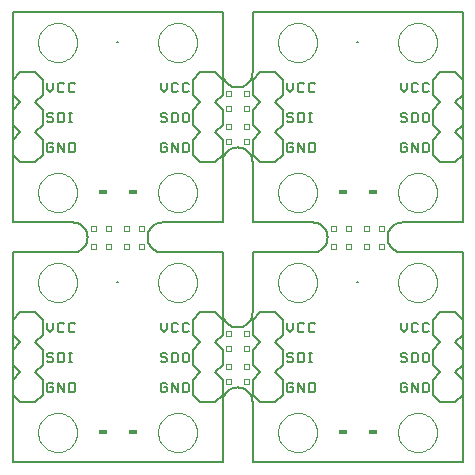
<source format=gto>
G75*
G70*
%OFA0B0*%
%FSLAX24Y24*%
%IPPOS*%
%LPD*%
%AMOC8*
5,1,8,0,0,1.08239X$1,22.5*
%
%ADD10C,0.0080*%
%ADD11C,0.0000*%
%ADD12R,0.0280X0.0160*%
D10*
X008338Y000501D02*
X015338Y000501D01*
X015338Y002501D01*
X015088Y002501D02*
X014588Y002501D01*
X014338Y002751D01*
X014338Y003251D01*
X014588Y003501D01*
X014338Y003751D01*
X014338Y004251D01*
X014588Y004501D01*
X014338Y004751D01*
X014338Y005251D01*
X014588Y005501D01*
X015088Y005501D01*
X015338Y005251D01*
X015338Y004751D01*
X015088Y004501D01*
X015338Y004251D01*
X015338Y003751D01*
X015088Y003501D01*
X015338Y003251D01*
X015338Y002751D01*
X015088Y002501D01*
X015838Y003001D02*
X015882Y002999D01*
X015925Y002993D01*
X015967Y002984D01*
X016009Y002971D01*
X016049Y002954D01*
X016088Y002934D01*
X016125Y002911D01*
X016159Y002884D01*
X016192Y002855D01*
X016221Y002822D01*
X016248Y002788D01*
X016271Y002751D01*
X016291Y002712D01*
X016308Y002672D01*
X016321Y002630D01*
X016330Y002588D01*
X016336Y002545D01*
X016338Y002501D01*
X016338Y000501D01*
X023338Y000501D01*
X023338Y007501D01*
X021338Y007501D01*
X021294Y007503D01*
X021251Y007509D01*
X021209Y007518D01*
X021167Y007531D01*
X021127Y007548D01*
X021088Y007568D01*
X021051Y007591D01*
X021017Y007618D01*
X020984Y007647D01*
X020955Y007680D01*
X020928Y007714D01*
X020905Y007751D01*
X020885Y007790D01*
X020868Y007830D01*
X020855Y007872D01*
X020846Y007914D01*
X020840Y007957D01*
X020838Y008001D01*
X020840Y008045D01*
X020846Y008088D01*
X020855Y008130D01*
X020868Y008172D01*
X020885Y008212D01*
X020905Y008251D01*
X020928Y008288D01*
X020955Y008322D01*
X020984Y008355D01*
X021017Y008384D01*
X021051Y008411D01*
X021088Y008434D01*
X021127Y008454D01*
X021167Y008471D01*
X021209Y008484D01*
X021251Y008493D01*
X021294Y008499D01*
X021338Y008501D01*
X023338Y008501D01*
X023338Y015501D01*
X016338Y015501D01*
X016338Y013501D01*
X016588Y013501D02*
X016338Y013251D01*
X016338Y012751D01*
X016588Y012501D01*
X016338Y012251D01*
X016338Y011751D01*
X016588Y011501D01*
X016338Y011251D01*
X016338Y010751D01*
X016588Y010501D01*
X017088Y010501D01*
X017338Y010751D01*
X017338Y011251D01*
X017088Y011501D01*
X017338Y011751D01*
X017338Y012251D01*
X017088Y012501D01*
X017338Y012751D01*
X017338Y013251D01*
X017088Y013501D01*
X016588Y013501D01*
X016338Y013501D02*
X016336Y013457D01*
X016330Y013414D01*
X016321Y013372D01*
X016308Y013330D01*
X016291Y013290D01*
X016271Y013251D01*
X016248Y013214D01*
X016221Y013180D01*
X016192Y013147D01*
X016159Y013118D01*
X016125Y013091D01*
X016088Y013068D01*
X016049Y013048D01*
X016009Y013031D01*
X015967Y013018D01*
X015925Y013009D01*
X015882Y013003D01*
X015838Y013001D01*
X015338Y012751D02*
X015088Y012501D01*
X015338Y012251D01*
X015338Y011751D01*
X015088Y011501D01*
X015338Y011251D01*
X015338Y010751D01*
X015088Y010501D01*
X014588Y010501D01*
X014338Y010751D01*
X014338Y011251D01*
X014588Y011501D01*
X014338Y011751D01*
X014338Y012251D01*
X014588Y012501D01*
X014338Y012751D01*
X014338Y013251D01*
X014588Y013501D01*
X015088Y013501D01*
X015338Y013251D01*
X015338Y012751D01*
X014223Y012895D02*
X014170Y012841D01*
X014063Y012841D01*
X014010Y012895D01*
X014010Y013108D01*
X014063Y013161D01*
X014170Y013161D01*
X014223Y013108D01*
X013855Y013108D02*
X013802Y013161D01*
X013695Y013161D01*
X013641Y013108D01*
X013641Y012895D01*
X013695Y012841D01*
X013802Y012841D01*
X013855Y012895D01*
X013487Y012948D02*
X013487Y013161D01*
X013487Y012948D02*
X013380Y012841D01*
X013273Y012948D01*
X013273Y013161D01*
X015338Y013501D02*
X015338Y015501D01*
X008338Y015501D01*
X008338Y008501D01*
X010338Y008501D01*
X010382Y008499D01*
X010425Y008493D01*
X010467Y008484D01*
X010509Y008471D01*
X010549Y008454D01*
X010588Y008434D01*
X010625Y008411D01*
X010659Y008384D01*
X010692Y008355D01*
X010721Y008322D01*
X010748Y008288D01*
X010771Y008251D01*
X010791Y008212D01*
X010808Y008172D01*
X010821Y008130D01*
X010830Y008088D01*
X010836Y008045D01*
X010838Y008001D01*
X010836Y007957D01*
X010830Y007914D01*
X010821Y007872D01*
X010808Y007830D01*
X010791Y007790D01*
X010771Y007751D01*
X010748Y007714D01*
X010721Y007680D01*
X010692Y007647D01*
X010659Y007618D01*
X010625Y007591D01*
X010588Y007568D01*
X010549Y007548D01*
X010509Y007531D01*
X010467Y007518D01*
X010425Y007509D01*
X010382Y007503D01*
X010338Y007501D01*
X008338Y007501D01*
X008338Y000501D01*
X008588Y002501D02*
X009088Y002501D01*
X009338Y002751D01*
X009338Y003251D01*
X009088Y003501D01*
X009338Y003751D01*
X009338Y004251D01*
X009088Y004501D01*
X009338Y004751D01*
X009338Y005251D01*
X009088Y005501D01*
X008588Y005501D01*
X008338Y005251D01*
X008338Y004751D01*
X008588Y004501D01*
X008338Y004251D01*
X008338Y003751D01*
X008588Y003501D01*
X008338Y003251D01*
X008338Y002751D01*
X008588Y002501D01*
X009478Y002895D02*
X009531Y002841D01*
X009638Y002841D01*
X009692Y002895D01*
X009692Y003001D01*
X009585Y003001D01*
X009478Y002895D02*
X009478Y003108D01*
X009531Y003161D01*
X009638Y003161D01*
X009692Y003108D01*
X009846Y003161D02*
X010060Y002841D01*
X010060Y003161D01*
X010215Y003161D02*
X010375Y003161D01*
X010428Y003108D01*
X010428Y002895D01*
X010375Y002841D01*
X010215Y002841D01*
X010215Y003161D01*
X009846Y003161D02*
X009846Y002841D01*
X009846Y003841D02*
X010007Y003841D01*
X010060Y003895D01*
X010060Y004108D01*
X010007Y004161D01*
X009846Y004161D01*
X009846Y003841D01*
X009692Y003895D02*
X009638Y003841D01*
X009531Y003841D01*
X009478Y003895D01*
X009531Y004001D02*
X009638Y004001D01*
X009692Y003948D01*
X009692Y003895D01*
X009531Y004001D02*
X009478Y004055D01*
X009478Y004108D01*
X009531Y004161D01*
X009638Y004161D01*
X009692Y004108D01*
X010215Y004161D02*
X010321Y004161D01*
X010268Y004161D02*
X010268Y003841D01*
X010215Y003841D02*
X010321Y003841D01*
X010268Y004841D02*
X010375Y004841D01*
X010428Y004895D01*
X010268Y004841D02*
X010215Y004895D01*
X010215Y005108D01*
X010268Y005161D01*
X010375Y005161D01*
X010428Y005108D01*
X010060Y005108D02*
X010007Y005161D01*
X009900Y005161D01*
X009846Y005108D01*
X009846Y004895D01*
X009900Y004841D01*
X010007Y004841D01*
X010060Y004895D01*
X009692Y004948D02*
X009692Y005161D01*
X009692Y004948D02*
X009585Y004841D01*
X009478Y004948D01*
X009478Y005161D01*
X013273Y005161D02*
X013273Y004948D01*
X013380Y004841D01*
X013487Y004948D01*
X013487Y005161D01*
X013641Y005108D02*
X013641Y004895D01*
X013695Y004841D01*
X013802Y004841D01*
X013855Y004895D01*
X014010Y004895D02*
X014063Y004841D01*
X014170Y004841D01*
X014223Y004895D01*
X014223Y005108D02*
X014170Y005161D01*
X014063Y005161D01*
X014010Y005108D01*
X014010Y004895D01*
X013855Y005108D02*
X013802Y005161D01*
X013695Y005161D01*
X013641Y005108D01*
X015338Y005501D02*
X015338Y007501D01*
X013338Y007501D01*
X012838Y008001D02*
X012840Y008045D01*
X012846Y008088D01*
X012855Y008130D01*
X012868Y008172D01*
X012885Y008212D01*
X012905Y008251D01*
X012928Y008288D01*
X012955Y008322D01*
X012984Y008355D01*
X013017Y008384D01*
X013051Y008411D01*
X013088Y008434D01*
X013127Y008454D01*
X013167Y008471D01*
X013209Y008484D01*
X013251Y008493D01*
X013294Y008499D01*
X013338Y008501D01*
X015338Y008501D01*
X015338Y010501D01*
X015838Y011001D02*
X015882Y010999D01*
X015925Y010993D01*
X015967Y010984D01*
X016009Y010971D01*
X016049Y010954D01*
X016088Y010934D01*
X016125Y010911D01*
X016159Y010884D01*
X016192Y010855D01*
X016221Y010822D01*
X016248Y010788D01*
X016271Y010751D01*
X016291Y010712D01*
X016308Y010672D01*
X016321Y010630D01*
X016330Y010588D01*
X016336Y010545D01*
X016338Y010501D01*
X016338Y008501D01*
X018338Y008501D01*
X018838Y008001D02*
X018836Y007957D01*
X018830Y007914D01*
X018821Y007872D01*
X018808Y007830D01*
X018791Y007790D01*
X018771Y007751D01*
X018748Y007714D01*
X018721Y007680D01*
X018692Y007647D01*
X018659Y007618D01*
X018625Y007591D01*
X018588Y007568D01*
X018549Y007548D01*
X018509Y007531D01*
X018467Y007518D01*
X018425Y007509D01*
X018382Y007503D01*
X018338Y007501D01*
X016338Y007501D01*
X016338Y005501D01*
X016588Y005501D02*
X016338Y005251D01*
X016338Y004751D01*
X016588Y004501D01*
X016338Y004251D01*
X016338Y003751D01*
X016588Y003501D01*
X016338Y003251D01*
X016338Y002751D01*
X016588Y002501D01*
X017088Y002501D01*
X017338Y002751D01*
X017338Y003251D01*
X017088Y003501D01*
X017338Y003751D01*
X017338Y004251D01*
X017088Y004501D01*
X017338Y004751D01*
X017338Y005251D01*
X017088Y005501D01*
X016588Y005501D01*
X015838Y005001D02*
X015794Y005003D01*
X015751Y005009D01*
X015709Y005018D01*
X015667Y005031D01*
X015627Y005048D01*
X015588Y005068D01*
X015551Y005091D01*
X015517Y005118D01*
X015484Y005147D01*
X015455Y005180D01*
X015428Y005214D01*
X015405Y005251D01*
X015385Y005290D01*
X015368Y005330D01*
X015355Y005372D01*
X015346Y005414D01*
X015340Y005457D01*
X015338Y005501D01*
X015838Y005001D02*
X015882Y005003D01*
X015925Y005009D01*
X015967Y005018D01*
X016009Y005031D01*
X016049Y005048D01*
X016088Y005068D01*
X016125Y005091D01*
X016159Y005118D01*
X016192Y005147D01*
X016221Y005180D01*
X016248Y005214D01*
X016271Y005251D01*
X016291Y005290D01*
X016308Y005330D01*
X016321Y005372D01*
X016330Y005414D01*
X016336Y005457D01*
X016338Y005501D01*
X017478Y005161D02*
X017478Y004948D01*
X017585Y004841D01*
X017692Y004948D01*
X017692Y005161D01*
X017846Y005108D02*
X017846Y004895D01*
X017900Y004841D01*
X018007Y004841D01*
X018060Y004895D01*
X018215Y004895D02*
X018268Y004841D01*
X018375Y004841D01*
X018428Y004895D01*
X018428Y005108D02*
X018375Y005161D01*
X018268Y005161D01*
X018215Y005108D01*
X018215Y004895D01*
X018060Y005108D02*
X018007Y005161D01*
X017900Y005161D01*
X017846Y005108D01*
X017846Y004161D02*
X018007Y004161D01*
X018060Y004108D01*
X018060Y003895D01*
X018007Y003841D01*
X017846Y003841D01*
X017846Y004161D01*
X017692Y004108D02*
X017638Y004161D01*
X017531Y004161D01*
X017478Y004108D01*
X017478Y004055D01*
X017531Y004001D01*
X017638Y004001D01*
X017692Y003948D01*
X017692Y003895D01*
X017638Y003841D01*
X017531Y003841D01*
X017478Y003895D01*
X018215Y003841D02*
X018321Y003841D01*
X018268Y003841D02*
X018268Y004161D01*
X018215Y004161D02*
X018321Y004161D01*
X018375Y003161D02*
X018215Y003161D01*
X018215Y002841D01*
X018375Y002841D01*
X018428Y002895D01*
X018428Y003108D01*
X018375Y003161D01*
X018060Y003161D02*
X018060Y002841D01*
X017846Y003161D01*
X017846Y002841D01*
X017692Y002895D02*
X017692Y003001D01*
X017585Y003001D01*
X017692Y002895D02*
X017638Y002841D01*
X017531Y002841D01*
X017478Y002895D01*
X017478Y003108D01*
X017531Y003161D01*
X017638Y003161D01*
X017692Y003108D01*
X015838Y003001D02*
X015794Y002999D01*
X015751Y002993D01*
X015709Y002984D01*
X015667Y002971D01*
X015627Y002954D01*
X015588Y002934D01*
X015551Y002911D01*
X015517Y002884D01*
X015484Y002855D01*
X015455Y002822D01*
X015428Y002788D01*
X015405Y002751D01*
X015385Y002712D01*
X015368Y002672D01*
X015355Y002630D01*
X015346Y002588D01*
X015340Y002545D01*
X015338Y002501D01*
X014223Y002895D02*
X014223Y003108D01*
X014170Y003161D01*
X014010Y003161D01*
X014010Y002841D01*
X014170Y002841D01*
X014223Y002895D01*
X013855Y002841D02*
X013855Y003161D01*
X013641Y003161D02*
X013855Y002841D01*
X013641Y002841D02*
X013641Y003161D01*
X013487Y003108D02*
X013433Y003161D01*
X013327Y003161D01*
X013273Y003108D01*
X013273Y002895D01*
X013327Y002841D01*
X013433Y002841D01*
X013487Y002895D01*
X013487Y003001D01*
X013380Y003001D01*
X013433Y003841D02*
X013327Y003841D01*
X013273Y003895D01*
X013327Y004001D02*
X013433Y004001D01*
X013487Y003948D01*
X013487Y003895D01*
X013433Y003841D01*
X013327Y004001D02*
X013273Y004055D01*
X013273Y004108D01*
X013327Y004161D01*
X013433Y004161D01*
X013487Y004108D01*
X013641Y004161D02*
X013802Y004161D01*
X013855Y004108D01*
X013855Y003895D01*
X013802Y003841D01*
X013641Y003841D01*
X013641Y004161D01*
X014010Y004108D02*
X014010Y003895D01*
X014063Y003841D01*
X014170Y003841D01*
X014223Y003895D01*
X014223Y004108D01*
X014170Y004161D01*
X014063Y004161D01*
X014010Y004108D01*
X021273Y004108D02*
X021273Y004055D01*
X021327Y004001D01*
X021433Y004001D01*
X021487Y003948D01*
X021487Y003895D01*
X021433Y003841D01*
X021327Y003841D01*
X021273Y003895D01*
X021641Y003841D02*
X021802Y003841D01*
X021855Y003895D01*
X021855Y004108D01*
X021802Y004161D01*
X021641Y004161D01*
X021641Y003841D01*
X022010Y003895D02*
X022063Y003841D01*
X022170Y003841D01*
X022223Y003895D01*
X022223Y004108D01*
X022170Y004161D01*
X022063Y004161D01*
X022010Y004108D01*
X022010Y003895D01*
X022338Y003751D02*
X022338Y004251D01*
X022588Y004501D01*
X022338Y004751D01*
X022338Y005251D01*
X022588Y005501D01*
X023088Y005501D01*
X023338Y005251D01*
X023338Y004751D01*
X023088Y004501D01*
X023338Y004251D01*
X023338Y003751D01*
X023088Y003501D01*
X023338Y003251D01*
X023338Y002751D01*
X023088Y002501D01*
X022588Y002501D01*
X022338Y002751D01*
X022338Y003251D01*
X022588Y003501D01*
X022338Y003751D01*
X022170Y003161D02*
X022010Y003161D01*
X022010Y002841D01*
X022170Y002841D01*
X022223Y002895D01*
X022223Y003108D01*
X022170Y003161D01*
X021855Y003161D02*
X021855Y002841D01*
X021641Y003161D01*
X021641Y002841D01*
X021487Y002895D02*
X021487Y003001D01*
X021380Y003001D01*
X021487Y002895D02*
X021433Y002841D01*
X021327Y002841D01*
X021273Y002895D01*
X021273Y003108D01*
X021327Y003161D01*
X021433Y003161D01*
X021487Y003108D01*
X021487Y004108D02*
X021433Y004161D01*
X021327Y004161D01*
X021273Y004108D01*
X021380Y004841D02*
X021487Y004948D01*
X021487Y005161D01*
X021641Y005108D02*
X021641Y004895D01*
X021695Y004841D01*
X021802Y004841D01*
X021855Y004895D01*
X022010Y004895D02*
X022063Y004841D01*
X022170Y004841D01*
X022223Y004895D01*
X022223Y005108D02*
X022170Y005161D01*
X022063Y005161D01*
X022010Y005108D01*
X022010Y004895D01*
X021855Y005108D02*
X021802Y005161D01*
X021695Y005161D01*
X021641Y005108D01*
X021273Y005161D02*
X021273Y004948D01*
X021380Y004841D01*
X019850Y006501D02*
X019826Y006501D01*
X018838Y008001D02*
X018836Y008045D01*
X018830Y008088D01*
X018821Y008130D01*
X018808Y008172D01*
X018791Y008212D01*
X018771Y008251D01*
X018748Y008288D01*
X018721Y008322D01*
X018692Y008355D01*
X018659Y008384D01*
X018625Y008411D01*
X018588Y008434D01*
X018549Y008454D01*
X018509Y008471D01*
X018467Y008484D01*
X018425Y008493D01*
X018382Y008499D01*
X018338Y008501D01*
X013338Y007501D02*
X013294Y007503D01*
X013251Y007509D01*
X013209Y007518D01*
X013167Y007531D01*
X013127Y007548D01*
X013088Y007568D01*
X013051Y007591D01*
X013017Y007618D01*
X012984Y007647D01*
X012955Y007680D01*
X012928Y007714D01*
X012905Y007751D01*
X012885Y007790D01*
X012868Y007830D01*
X012855Y007872D01*
X012846Y007914D01*
X012840Y007957D01*
X012838Y008001D01*
X011850Y006501D02*
X011826Y006501D01*
X009088Y010501D02*
X008588Y010501D01*
X008338Y010751D01*
X008338Y011251D01*
X008588Y011501D01*
X008338Y011751D01*
X008338Y012251D01*
X008588Y012501D01*
X008338Y012751D01*
X008338Y013251D01*
X008588Y013501D01*
X009088Y013501D01*
X009338Y013251D01*
X009338Y012751D01*
X009088Y012501D01*
X009338Y012251D01*
X009338Y011751D01*
X009088Y011501D01*
X009338Y011251D01*
X009338Y010751D01*
X009088Y010501D01*
X009478Y010895D02*
X009531Y010841D01*
X009638Y010841D01*
X009692Y010895D01*
X009692Y011001D01*
X009585Y011001D01*
X009478Y010895D02*
X009478Y011108D01*
X009531Y011161D01*
X009638Y011161D01*
X009692Y011108D01*
X009846Y011161D02*
X010060Y010841D01*
X010060Y011161D01*
X010215Y011161D02*
X010375Y011161D01*
X010428Y011108D01*
X010428Y010895D01*
X010375Y010841D01*
X010215Y010841D01*
X010215Y011161D01*
X009846Y011161D02*
X009846Y010841D01*
X009846Y011841D02*
X010007Y011841D01*
X010060Y011895D01*
X010060Y012108D01*
X010007Y012161D01*
X009846Y012161D01*
X009846Y011841D01*
X009692Y011895D02*
X009638Y011841D01*
X009531Y011841D01*
X009478Y011895D01*
X009531Y012001D02*
X009638Y012001D01*
X009692Y011948D01*
X009692Y011895D01*
X009531Y012001D02*
X009478Y012055D01*
X009478Y012108D01*
X009531Y012161D01*
X009638Y012161D01*
X009692Y012108D01*
X010215Y012161D02*
X010321Y012161D01*
X010268Y012161D02*
X010268Y011841D01*
X010215Y011841D02*
X010321Y011841D01*
X010268Y012841D02*
X010375Y012841D01*
X010428Y012895D01*
X010268Y012841D02*
X010215Y012895D01*
X010215Y013108D01*
X010268Y013161D01*
X010375Y013161D01*
X010428Y013108D01*
X010060Y013108D02*
X010007Y013161D01*
X009900Y013161D01*
X009846Y013108D01*
X009846Y012895D01*
X009900Y012841D01*
X010007Y012841D01*
X010060Y012895D01*
X009692Y012948D02*
X009692Y013161D01*
X009692Y012948D02*
X009585Y012841D01*
X009478Y012948D01*
X009478Y013161D01*
X013273Y012108D02*
X013273Y012055D01*
X013327Y012001D01*
X013433Y012001D01*
X013487Y011948D01*
X013487Y011895D01*
X013433Y011841D01*
X013327Y011841D01*
X013273Y011895D01*
X013273Y012108D02*
X013327Y012161D01*
X013433Y012161D01*
X013487Y012108D01*
X013641Y012161D02*
X013641Y011841D01*
X013802Y011841D01*
X013855Y011895D01*
X013855Y012108D01*
X013802Y012161D01*
X013641Y012161D01*
X014010Y012108D02*
X014010Y011895D01*
X014063Y011841D01*
X014170Y011841D01*
X014223Y011895D01*
X014223Y012108D01*
X014170Y012161D01*
X014063Y012161D01*
X014010Y012108D01*
X014010Y011161D02*
X014170Y011161D01*
X014223Y011108D01*
X014223Y010895D01*
X014170Y010841D01*
X014010Y010841D01*
X014010Y011161D01*
X013855Y011161D02*
X013855Y010841D01*
X013641Y011161D01*
X013641Y010841D01*
X013487Y010895D02*
X013433Y010841D01*
X013327Y010841D01*
X013273Y010895D01*
X013273Y011108D01*
X013327Y011161D01*
X013433Y011161D01*
X013487Y011108D01*
X013487Y011001D02*
X013380Y011001D01*
X013487Y011001D02*
X013487Y010895D01*
X015338Y010501D02*
X015340Y010545D01*
X015346Y010588D01*
X015355Y010630D01*
X015368Y010672D01*
X015385Y010712D01*
X015405Y010751D01*
X015428Y010788D01*
X015455Y010822D01*
X015484Y010855D01*
X015517Y010884D01*
X015551Y010911D01*
X015588Y010934D01*
X015627Y010954D01*
X015667Y010971D01*
X015709Y010984D01*
X015751Y010993D01*
X015794Y010999D01*
X015838Y011001D01*
X017478Y010895D02*
X017531Y010841D01*
X017638Y010841D01*
X017692Y010895D01*
X017692Y011001D01*
X017585Y011001D01*
X017478Y010895D02*
X017478Y011108D01*
X017531Y011161D01*
X017638Y011161D01*
X017692Y011108D01*
X017846Y011161D02*
X018060Y010841D01*
X018060Y011161D01*
X018215Y011161D02*
X018375Y011161D01*
X018428Y011108D01*
X018428Y010895D01*
X018375Y010841D01*
X018215Y010841D01*
X018215Y011161D01*
X017846Y011161D02*
X017846Y010841D01*
X017846Y011841D02*
X018007Y011841D01*
X018060Y011895D01*
X018060Y012108D01*
X018007Y012161D01*
X017846Y012161D01*
X017846Y011841D01*
X017692Y011895D02*
X017638Y011841D01*
X017531Y011841D01*
X017478Y011895D01*
X017531Y012001D02*
X017638Y012001D01*
X017692Y011948D01*
X017692Y011895D01*
X017531Y012001D02*
X017478Y012055D01*
X017478Y012108D01*
X017531Y012161D01*
X017638Y012161D01*
X017692Y012108D01*
X018215Y012161D02*
X018321Y012161D01*
X018268Y012161D02*
X018268Y011841D01*
X018215Y011841D02*
X018321Y011841D01*
X018268Y012841D02*
X018375Y012841D01*
X018428Y012895D01*
X018268Y012841D02*
X018215Y012895D01*
X018215Y013108D01*
X018268Y013161D01*
X018375Y013161D01*
X018428Y013108D01*
X018060Y013108D02*
X018007Y013161D01*
X017900Y013161D01*
X017846Y013108D01*
X017846Y012895D01*
X017900Y012841D01*
X018007Y012841D01*
X018060Y012895D01*
X017692Y012948D02*
X017692Y013161D01*
X017692Y012948D02*
X017585Y012841D01*
X017478Y012948D01*
X017478Y013161D01*
X015838Y013001D02*
X015794Y013003D01*
X015751Y013009D01*
X015709Y013018D01*
X015667Y013031D01*
X015627Y013048D01*
X015588Y013068D01*
X015551Y013091D01*
X015517Y013118D01*
X015484Y013147D01*
X015455Y013180D01*
X015428Y013214D01*
X015405Y013251D01*
X015385Y013290D01*
X015368Y013330D01*
X015355Y013372D01*
X015346Y013414D01*
X015340Y013457D01*
X015338Y013501D01*
X011850Y014501D02*
X011826Y014501D01*
X019826Y014501D02*
X019850Y014501D01*
X022338Y013251D02*
X022588Y013501D01*
X023088Y013501D01*
X023338Y013251D01*
X023338Y012751D01*
X023088Y012501D01*
X023338Y012251D01*
X023338Y011751D01*
X023088Y011501D01*
X023338Y011251D01*
X023338Y010751D01*
X023088Y010501D01*
X022588Y010501D01*
X022338Y010751D01*
X022338Y011251D01*
X022588Y011501D01*
X022338Y011751D01*
X022338Y012251D01*
X022588Y012501D01*
X022338Y012751D01*
X022338Y013251D01*
X022223Y013108D02*
X022170Y013161D01*
X022063Y013161D01*
X022010Y013108D01*
X022010Y012895D01*
X022063Y012841D01*
X022170Y012841D01*
X022223Y012895D01*
X021855Y012895D02*
X021802Y012841D01*
X021695Y012841D01*
X021641Y012895D01*
X021641Y013108D01*
X021695Y013161D01*
X021802Y013161D01*
X021855Y013108D01*
X021487Y013161D02*
X021487Y012948D01*
X021380Y012841D01*
X021273Y012948D01*
X021273Y013161D01*
X021327Y012161D02*
X021273Y012108D01*
X021273Y012055D01*
X021327Y012001D01*
X021433Y012001D01*
X021487Y011948D01*
X021487Y011895D01*
X021433Y011841D01*
X021327Y011841D01*
X021273Y011895D01*
X021487Y012108D02*
X021433Y012161D01*
X021327Y012161D01*
X021641Y012161D02*
X021802Y012161D01*
X021855Y012108D01*
X021855Y011895D01*
X021802Y011841D01*
X021641Y011841D01*
X021641Y012161D01*
X022010Y012108D02*
X022010Y011895D01*
X022063Y011841D01*
X022170Y011841D01*
X022223Y011895D01*
X022223Y012108D01*
X022170Y012161D01*
X022063Y012161D01*
X022010Y012108D01*
X022010Y011161D02*
X022170Y011161D01*
X022223Y011108D01*
X022223Y010895D01*
X022170Y010841D01*
X022010Y010841D01*
X022010Y011161D01*
X021855Y011161D02*
X021855Y010841D01*
X021641Y011161D01*
X021641Y010841D01*
X021487Y010895D02*
X021433Y010841D01*
X021327Y010841D01*
X021273Y010895D01*
X021273Y011108D01*
X021327Y011161D01*
X021433Y011161D01*
X021487Y011108D01*
X021487Y011001D02*
X021380Y011001D01*
X021487Y011001D02*
X021487Y010895D01*
D11*
X021188Y009501D02*
X021190Y009551D01*
X021196Y009601D01*
X021206Y009651D01*
X021219Y009699D01*
X021236Y009747D01*
X021257Y009793D01*
X021281Y009837D01*
X021309Y009879D01*
X021340Y009919D01*
X021374Y009956D01*
X021411Y009991D01*
X021450Y010022D01*
X021491Y010051D01*
X021535Y010076D01*
X021581Y010098D01*
X021628Y010116D01*
X021676Y010130D01*
X021725Y010141D01*
X021775Y010148D01*
X021825Y010151D01*
X021876Y010150D01*
X021926Y010145D01*
X021976Y010136D01*
X022024Y010124D01*
X022072Y010107D01*
X022118Y010087D01*
X022163Y010064D01*
X022206Y010037D01*
X022246Y010007D01*
X022284Y009974D01*
X022319Y009938D01*
X022352Y009899D01*
X022381Y009858D01*
X022407Y009815D01*
X022430Y009770D01*
X022449Y009723D01*
X022464Y009675D01*
X022476Y009626D01*
X022484Y009576D01*
X022488Y009526D01*
X022488Y009476D01*
X022484Y009426D01*
X022476Y009376D01*
X022464Y009327D01*
X022449Y009279D01*
X022430Y009232D01*
X022407Y009187D01*
X022381Y009144D01*
X022352Y009103D01*
X022319Y009064D01*
X022284Y009028D01*
X022246Y008995D01*
X022206Y008965D01*
X022163Y008938D01*
X022118Y008915D01*
X022072Y008895D01*
X022024Y008878D01*
X021976Y008866D01*
X021926Y008857D01*
X021876Y008852D01*
X021825Y008851D01*
X021775Y008854D01*
X021725Y008861D01*
X021676Y008872D01*
X021628Y008886D01*
X021581Y008904D01*
X021535Y008926D01*
X021491Y008951D01*
X021450Y008980D01*
X021411Y009011D01*
X021374Y009046D01*
X021340Y009083D01*
X021309Y009123D01*
X021281Y009165D01*
X021257Y009209D01*
X021236Y009255D01*
X021219Y009303D01*
X021206Y009351D01*
X021196Y009401D01*
X021190Y009451D01*
X021188Y009501D01*
X017188Y009501D02*
X017190Y009551D01*
X017196Y009601D01*
X017206Y009651D01*
X017219Y009699D01*
X017236Y009747D01*
X017257Y009793D01*
X017281Y009837D01*
X017309Y009879D01*
X017340Y009919D01*
X017374Y009956D01*
X017411Y009991D01*
X017450Y010022D01*
X017491Y010051D01*
X017535Y010076D01*
X017581Y010098D01*
X017628Y010116D01*
X017676Y010130D01*
X017725Y010141D01*
X017775Y010148D01*
X017825Y010151D01*
X017876Y010150D01*
X017926Y010145D01*
X017976Y010136D01*
X018024Y010124D01*
X018072Y010107D01*
X018118Y010087D01*
X018163Y010064D01*
X018206Y010037D01*
X018246Y010007D01*
X018284Y009974D01*
X018319Y009938D01*
X018352Y009899D01*
X018381Y009858D01*
X018407Y009815D01*
X018430Y009770D01*
X018449Y009723D01*
X018464Y009675D01*
X018476Y009626D01*
X018484Y009576D01*
X018488Y009526D01*
X018488Y009476D01*
X018484Y009426D01*
X018476Y009376D01*
X018464Y009327D01*
X018449Y009279D01*
X018430Y009232D01*
X018407Y009187D01*
X018381Y009144D01*
X018352Y009103D01*
X018319Y009064D01*
X018284Y009028D01*
X018246Y008995D01*
X018206Y008965D01*
X018163Y008938D01*
X018118Y008915D01*
X018072Y008895D01*
X018024Y008878D01*
X017976Y008866D01*
X017926Y008857D01*
X017876Y008852D01*
X017825Y008851D01*
X017775Y008854D01*
X017725Y008861D01*
X017676Y008872D01*
X017628Y008886D01*
X017581Y008904D01*
X017535Y008926D01*
X017491Y008951D01*
X017450Y008980D01*
X017411Y009011D01*
X017374Y009046D01*
X017340Y009083D01*
X017309Y009123D01*
X017281Y009165D01*
X017257Y009209D01*
X017236Y009255D01*
X017219Y009303D01*
X017206Y009351D01*
X017196Y009401D01*
X017190Y009451D01*
X017188Y009501D01*
X013188Y009501D02*
X013190Y009551D01*
X013196Y009601D01*
X013206Y009651D01*
X013219Y009699D01*
X013236Y009747D01*
X013257Y009793D01*
X013281Y009837D01*
X013309Y009879D01*
X013340Y009919D01*
X013374Y009956D01*
X013411Y009991D01*
X013450Y010022D01*
X013491Y010051D01*
X013535Y010076D01*
X013581Y010098D01*
X013628Y010116D01*
X013676Y010130D01*
X013725Y010141D01*
X013775Y010148D01*
X013825Y010151D01*
X013876Y010150D01*
X013926Y010145D01*
X013976Y010136D01*
X014024Y010124D01*
X014072Y010107D01*
X014118Y010087D01*
X014163Y010064D01*
X014206Y010037D01*
X014246Y010007D01*
X014284Y009974D01*
X014319Y009938D01*
X014352Y009899D01*
X014381Y009858D01*
X014407Y009815D01*
X014430Y009770D01*
X014449Y009723D01*
X014464Y009675D01*
X014476Y009626D01*
X014484Y009576D01*
X014488Y009526D01*
X014488Y009476D01*
X014484Y009426D01*
X014476Y009376D01*
X014464Y009327D01*
X014449Y009279D01*
X014430Y009232D01*
X014407Y009187D01*
X014381Y009144D01*
X014352Y009103D01*
X014319Y009064D01*
X014284Y009028D01*
X014246Y008995D01*
X014206Y008965D01*
X014163Y008938D01*
X014118Y008915D01*
X014072Y008895D01*
X014024Y008878D01*
X013976Y008866D01*
X013926Y008857D01*
X013876Y008852D01*
X013825Y008851D01*
X013775Y008854D01*
X013725Y008861D01*
X013676Y008872D01*
X013628Y008886D01*
X013581Y008904D01*
X013535Y008926D01*
X013491Y008951D01*
X013450Y008980D01*
X013411Y009011D01*
X013374Y009046D01*
X013340Y009083D01*
X013309Y009123D01*
X013281Y009165D01*
X013257Y009209D01*
X013236Y009255D01*
X013219Y009303D01*
X013206Y009351D01*
X013196Y009401D01*
X013190Y009451D01*
X013188Y009501D01*
X009188Y009501D02*
X009190Y009551D01*
X009196Y009601D01*
X009206Y009651D01*
X009219Y009699D01*
X009236Y009747D01*
X009257Y009793D01*
X009281Y009837D01*
X009309Y009879D01*
X009340Y009919D01*
X009374Y009956D01*
X009411Y009991D01*
X009450Y010022D01*
X009491Y010051D01*
X009535Y010076D01*
X009581Y010098D01*
X009628Y010116D01*
X009676Y010130D01*
X009725Y010141D01*
X009775Y010148D01*
X009825Y010151D01*
X009876Y010150D01*
X009926Y010145D01*
X009976Y010136D01*
X010024Y010124D01*
X010072Y010107D01*
X010118Y010087D01*
X010163Y010064D01*
X010206Y010037D01*
X010246Y010007D01*
X010284Y009974D01*
X010319Y009938D01*
X010352Y009899D01*
X010381Y009858D01*
X010407Y009815D01*
X010430Y009770D01*
X010449Y009723D01*
X010464Y009675D01*
X010476Y009626D01*
X010484Y009576D01*
X010488Y009526D01*
X010488Y009476D01*
X010484Y009426D01*
X010476Y009376D01*
X010464Y009327D01*
X010449Y009279D01*
X010430Y009232D01*
X010407Y009187D01*
X010381Y009144D01*
X010352Y009103D01*
X010319Y009064D01*
X010284Y009028D01*
X010246Y008995D01*
X010206Y008965D01*
X010163Y008938D01*
X010118Y008915D01*
X010072Y008895D01*
X010024Y008878D01*
X009976Y008866D01*
X009926Y008857D01*
X009876Y008852D01*
X009825Y008851D01*
X009775Y008854D01*
X009725Y008861D01*
X009676Y008872D01*
X009628Y008886D01*
X009581Y008904D01*
X009535Y008926D01*
X009491Y008951D01*
X009450Y008980D01*
X009411Y009011D01*
X009374Y009046D01*
X009340Y009083D01*
X009309Y009123D01*
X009281Y009165D01*
X009257Y009209D01*
X009236Y009255D01*
X009219Y009303D01*
X009206Y009351D01*
X009196Y009401D01*
X009190Y009451D01*
X009188Y009501D01*
X010940Y008301D02*
X010942Y008320D01*
X010947Y008339D01*
X010957Y008355D01*
X010969Y008370D01*
X010984Y008382D01*
X011000Y008392D01*
X011019Y008397D01*
X011038Y008399D01*
X011057Y008397D01*
X011076Y008392D01*
X011092Y008382D01*
X011107Y008370D01*
X011119Y008355D01*
X011129Y008339D01*
X011134Y008320D01*
X011136Y008301D01*
X011134Y008282D01*
X011129Y008263D01*
X011119Y008247D01*
X011107Y008232D01*
X011092Y008220D01*
X011076Y008210D01*
X011057Y008205D01*
X011038Y008203D01*
X011019Y008205D01*
X011000Y008210D01*
X010984Y008220D01*
X010969Y008232D01*
X010957Y008247D01*
X010947Y008263D01*
X010942Y008282D01*
X010940Y008301D01*
X011440Y008301D02*
X011442Y008320D01*
X011447Y008339D01*
X011457Y008355D01*
X011469Y008370D01*
X011484Y008382D01*
X011500Y008392D01*
X011519Y008397D01*
X011538Y008399D01*
X011557Y008397D01*
X011576Y008392D01*
X011592Y008382D01*
X011607Y008370D01*
X011619Y008355D01*
X011629Y008339D01*
X011634Y008320D01*
X011636Y008301D01*
X011634Y008282D01*
X011629Y008263D01*
X011619Y008247D01*
X011607Y008232D01*
X011592Y008220D01*
X011576Y008210D01*
X011557Y008205D01*
X011538Y008203D01*
X011519Y008205D01*
X011500Y008210D01*
X011484Y008220D01*
X011469Y008232D01*
X011457Y008247D01*
X011447Y008263D01*
X011442Y008282D01*
X011440Y008301D01*
X012040Y008301D02*
X012042Y008320D01*
X012047Y008339D01*
X012057Y008355D01*
X012069Y008370D01*
X012084Y008382D01*
X012100Y008392D01*
X012119Y008397D01*
X012138Y008399D01*
X012157Y008397D01*
X012176Y008392D01*
X012192Y008382D01*
X012207Y008370D01*
X012219Y008355D01*
X012229Y008339D01*
X012234Y008320D01*
X012236Y008301D01*
X012234Y008282D01*
X012229Y008263D01*
X012219Y008247D01*
X012207Y008232D01*
X012192Y008220D01*
X012176Y008210D01*
X012157Y008205D01*
X012138Y008203D01*
X012119Y008205D01*
X012100Y008210D01*
X012084Y008220D01*
X012069Y008232D01*
X012057Y008247D01*
X012047Y008263D01*
X012042Y008282D01*
X012040Y008301D01*
X012540Y008301D02*
X012542Y008320D01*
X012547Y008339D01*
X012557Y008355D01*
X012569Y008370D01*
X012584Y008382D01*
X012600Y008392D01*
X012619Y008397D01*
X012638Y008399D01*
X012657Y008397D01*
X012676Y008392D01*
X012692Y008382D01*
X012707Y008370D01*
X012719Y008355D01*
X012729Y008339D01*
X012734Y008320D01*
X012736Y008301D01*
X012734Y008282D01*
X012729Y008263D01*
X012719Y008247D01*
X012707Y008232D01*
X012692Y008220D01*
X012676Y008210D01*
X012657Y008205D01*
X012638Y008203D01*
X012619Y008205D01*
X012600Y008210D01*
X012584Y008220D01*
X012569Y008232D01*
X012557Y008247D01*
X012547Y008263D01*
X012542Y008282D01*
X012540Y008301D01*
X012540Y007701D02*
X012542Y007720D01*
X012547Y007739D01*
X012557Y007755D01*
X012569Y007770D01*
X012584Y007782D01*
X012600Y007792D01*
X012619Y007797D01*
X012638Y007799D01*
X012657Y007797D01*
X012676Y007792D01*
X012692Y007782D01*
X012707Y007770D01*
X012719Y007755D01*
X012729Y007739D01*
X012734Y007720D01*
X012736Y007701D01*
X012734Y007682D01*
X012729Y007663D01*
X012719Y007647D01*
X012707Y007632D01*
X012692Y007620D01*
X012676Y007610D01*
X012657Y007605D01*
X012638Y007603D01*
X012619Y007605D01*
X012600Y007610D01*
X012584Y007620D01*
X012569Y007632D01*
X012557Y007647D01*
X012547Y007663D01*
X012542Y007682D01*
X012540Y007701D01*
X012040Y007701D02*
X012042Y007720D01*
X012047Y007739D01*
X012057Y007755D01*
X012069Y007770D01*
X012084Y007782D01*
X012100Y007792D01*
X012119Y007797D01*
X012138Y007799D01*
X012157Y007797D01*
X012176Y007792D01*
X012192Y007782D01*
X012207Y007770D01*
X012219Y007755D01*
X012229Y007739D01*
X012234Y007720D01*
X012236Y007701D01*
X012234Y007682D01*
X012229Y007663D01*
X012219Y007647D01*
X012207Y007632D01*
X012192Y007620D01*
X012176Y007610D01*
X012157Y007605D01*
X012138Y007603D01*
X012119Y007605D01*
X012100Y007610D01*
X012084Y007620D01*
X012069Y007632D01*
X012057Y007647D01*
X012047Y007663D01*
X012042Y007682D01*
X012040Y007701D01*
X011440Y007701D02*
X011442Y007720D01*
X011447Y007739D01*
X011457Y007755D01*
X011469Y007770D01*
X011484Y007782D01*
X011500Y007792D01*
X011519Y007797D01*
X011538Y007799D01*
X011557Y007797D01*
X011576Y007792D01*
X011592Y007782D01*
X011607Y007770D01*
X011619Y007755D01*
X011629Y007739D01*
X011634Y007720D01*
X011636Y007701D01*
X011634Y007682D01*
X011629Y007663D01*
X011619Y007647D01*
X011607Y007632D01*
X011592Y007620D01*
X011576Y007610D01*
X011557Y007605D01*
X011538Y007603D01*
X011519Y007605D01*
X011500Y007610D01*
X011484Y007620D01*
X011469Y007632D01*
X011457Y007647D01*
X011447Y007663D01*
X011442Y007682D01*
X011440Y007701D01*
X010940Y007701D02*
X010942Y007720D01*
X010947Y007739D01*
X010957Y007755D01*
X010969Y007770D01*
X010984Y007782D01*
X011000Y007792D01*
X011019Y007797D01*
X011038Y007799D01*
X011057Y007797D01*
X011076Y007792D01*
X011092Y007782D01*
X011107Y007770D01*
X011119Y007755D01*
X011129Y007739D01*
X011134Y007720D01*
X011136Y007701D01*
X011134Y007682D01*
X011129Y007663D01*
X011119Y007647D01*
X011107Y007632D01*
X011092Y007620D01*
X011076Y007610D01*
X011057Y007605D01*
X011038Y007603D01*
X011019Y007605D01*
X011000Y007610D01*
X010984Y007620D01*
X010969Y007632D01*
X010957Y007647D01*
X010947Y007663D01*
X010942Y007682D01*
X010940Y007701D01*
X009188Y006501D02*
X009190Y006551D01*
X009196Y006601D01*
X009206Y006651D01*
X009219Y006699D01*
X009236Y006747D01*
X009257Y006793D01*
X009281Y006837D01*
X009309Y006879D01*
X009340Y006919D01*
X009374Y006956D01*
X009411Y006991D01*
X009450Y007022D01*
X009491Y007051D01*
X009535Y007076D01*
X009581Y007098D01*
X009628Y007116D01*
X009676Y007130D01*
X009725Y007141D01*
X009775Y007148D01*
X009825Y007151D01*
X009876Y007150D01*
X009926Y007145D01*
X009976Y007136D01*
X010024Y007124D01*
X010072Y007107D01*
X010118Y007087D01*
X010163Y007064D01*
X010206Y007037D01*
X010246Y007007D01*
X010284Y006974D01*
X010319Y006938D01*
X010352Y006899D01*
X010381Y006858D01*
X010407Y006815D01*
X010430Y006770D01*
X010449Y006723D01*
X010464Y006675D01*
X010476Y006626D01*
X010484Y006576D01*
X010488Y006526D01*
X010488Y006476D01*
X010484Y006426D01*
X010476Y006376D01*
X010464Y006327D01*
X010449Y006279D01*
X010430Y006232D01*
X010407Y006187D01*
X010381Y006144D01*
X010352Y006103D01*
X010319Y006064D01*
X010284Y006028D01*
X010246Y005995D01*
X010206Y005965D01*
X010163Y005938D01*
X010118Y005915D01*
X010072Y005895D01*
X010024Y005878D01*
X009976Y005866D01*
X009926Y005857D01*
X009876Y005852D01*
X009825Y005851D01*
X009775Y005854D01*
X009725Y005861D01*
X009676Y005872D01*
X009628Y005886D01*
X009581Y005904D01*
X009535Y005926D01*
X009491Y005951D01*
X009450Y005980D01*
X009411Y006011D01*
X009374Y006046D01*
X009340Y006083D01*
X009309Y006123D01*
X009281Y006165D01*
X009257Y006209D01*
X009236Y006255D01*
X009219Y006303D01*
X009206Y006351D01*
X009196Y006401D01*
X009190Y006451D01*
X009188Y006501D01*
X013188Y006501D02*
X013190Y006551D01*
X013196Y006601D01*
X013206Y006651D01*
X013219Y006699D01*
X013236Y006747D01*
X013257Y006793D01*
X013281Y006837D01*
X013309Y006879D01*
X013340Y006919D01*
X013374Y006956D01*
X013411Y006991D01*
X013450Y007022D01*
X013491Y007051D01*
X013535Y007076D01*
X013581Y007098D01*
X013628Y007116D01*
X013676Y007130D01*
X013725Y007141D01*
X013775Y007148D01*
X013825Y007151D01*
X013876Y007150D01*
X013926Y007145D01*
X013976Y007136D01*
X014024Y007124D01*
X014072Y007107D01*
X014118Y007087D01*
X014163Y007064D01*
X014206Y007037D01*
X014246Y007007D01*
X014284Y006974D01*
X014319Y006938D01*
X014352Y006899D01*
X014381Y006858D01*
X014407Y006815D01*
X014430Y006770D01*
X014449Y006723D01*
X014464Y006675D01*
X014476Y006626D01*
X014484Y006576D01*
X014488Y006526D01*
X014488Y006476D01*
X014484Y006426D01*
X014476Y006376D01*
X014464Y006327D01*
X014449Y006279D01*
X014430Y006232D01*
X014407Y006187D01*
X014381Y006144D01*
X014352Y006103D01*
X014319Y006064D01*
X014284Y006028D01*
X014246Y005995D01*
X014206Y005965D01*
X014163Y005938D01*
X014118Y005915D01*
X014072Y005895D01*
X014024Y005878D01*
X013976Y005866D01*
X013926Y005857D01*
X013876Y005852D01*
X013825Y005851D01*
X013775Y005854D01*
X013725Y005861D01*
X013676Y005872D01*
X013628Y005886D01*
X013581Y005904D01*
X013535Y005926D01*
X013491Y005951D01*
X013450Y005980D01*
X013411Y006011D01*
X013374Y006046D01*
X013340Y006083D01*
X013309Y006123D01*
X013281Y006165D01*
X013257Y006209D01*
X013236Y006255D01*
X013219Y006303D01*
X013206Y006351D01*
X013196Y006401D01*
X013190Y006451D01*
X013188Y006501D01*
X017188Y006501D02*
X017190Y006551D01*
X017196Y006601D01*
X017206Y006651D01*
X017219Y006699D01*
X017236Y006747D01*
X017257Y006793D01*
X017281Y006837D01*
X017309Y006879D01*
X017340Y006919D01*
X017374Y006956D01*
X017411Y006991D01*
X017450Y007022D01*
X017491Y007051D01*
X017535Y007076D01*
X017581Y007098D01*
X017628Y007116D01*
X017676Y007130D01*
X017725Y007141D01*
X017775Y007148D01*
X017825Y007151D01*
X017876Y007150D01*
X017926Y007145D01*
X017976Y007136D01*
X018024Y007124D01*
X018072Y007107D01*
X018118Y007087D01*
X018163Y007064D01*
X018206Y007037D01*
X018246Y007007D01*
X018284Y006974D01*
X018319Y006938D01*
X018352Y006899D01*
X018381Y006858D01*
X018407Y006815D01*
X018430Y006770D01*
X018449Y006723D01*
X018464Y006675D01*
X018476Y006626D01*
X018484Y006576D01*
X018488Y006526D01*
X018488Y006476D01*
X018484Y006426D01*
X018476Y006376D01*
X018464Y006327D01*
X018449Y006279D01*
X018430Y006232D01*
X018407Y006187D01*
X018381Y006144D01*
X018352Y006103D01*
X018319Y006064D01*
X018284Y006028D01*
X018246Y005995D01*
X018206Y005965D01*
X018163Y005938D01*
X018118Y005915D01*
X018072Y005895D01*
X018024Y005878D01*
X017976Y005866D01*
X017926Y005857D01*
X017876Y005852D01*
X017825Y005851D01*
X017775Y005854D01*
X017725Y005861D01*
X017676Y005872D01*
X017628Y005886D01*
X017581Y005904D01*
X017535Y005926D01*
X017491Y005951D01*
X017450Y005980D01*
X017411Y006011D01*
X017374Y006046D01*
X017340Y006083D01*
X017309Y006123D01*
X017281Y006165D01*
X017257Y006209D01*
X017236Y006255D01*
X017219Y006303D01*
X017206Y006351D01*
X017196Y006401D01*
X017190Y006451D01*
X017188Y006501D01*
X018940Y007701D02*
X018942Y007720D01*
X018947Y007739D01*
X018957Y007755D01*
X018969Y007770D01*
X018984Y007782D01*
X019000Y007792D01*
X019019Y007797D01*
X019038Y007799D01*
X019057Y007797D01*
X019076Y007792D01*
X019092Y007782D01*
X019107Y007770D01*
X019119Y007755D01*
X019129Y007739D01*
X019134Y007720D01*
X019136Y007701D01*
X019134Y007682D01*
X019129Y007663D01*
X019119Y007647D01*
X019107Y007632D01*
X019092Y007620D01*
X019076Y007610D01*
X019057Y007605D01*
X019038Y007603D01*
X019019Y007605D01*
X019000Y007610D01*
X018984Y007620D01*
X018969Y007632D01*
X018957Y007647D01*
X018947Y007663D01*
X018942Y007682D01*
X018940Y007701D01*
X019440Y007701D02*
X019442Y007720D01*
X019447Y007739D01*
X019457Y007755D01*
X019469Y007770D01*
X019484Y007782D01*
X019500Y007792D01*
X019519Y007797D01*
X019538Y007799D01*
X019557Y007797D01*
X019576Y007792D01*
X019592Y007782D01*
X019607Y007770D01*
X019619Y007755D01*
X019629Y007739D01*
X019634Y007720D01*
X019636Y007701D01*
X019634Y007682D01*
X019629Y007663D01*
X019619Y007647D01*
X019607Y007632D01*
X019592Y007620D01*
X019576Y007610D01*
X019557Y007605D01*
X019538Y007603D01*
X019519Y007605D01*
X019500Y007610D01*
X019484Y007620D01*
X019469Y007632D01*
X019457Y007647D01*
X019447Y007663D01*
X019442Y007682D01*
X019440Y007701D01*
X020040Y007701D02*
X020042Y007720D01*
X020047Y007739D01*
X020057Y007755D01*
X020069Y007770D01*
X020084Y007782D01*
X020100Y007792D01*
X020119Y007797D01*
X020138Y007799D01*
X020157Y007797D01*
X020176Y007792D01*
X020192Y007782D01*
X020207Y007770D01*
X020219Y007755D01*
X020229Y007739D01*
X020234Y007720D01*
X020236Y007701D01*
X020234Y007682D01*
X020229Y007663D01*
X020219Y007647D01*
X020207Y007632D01*
X020192Y007620D01*
X020176Y007610D01*
X020157Y007605D01*
X020138Y007603D01*
X020119Y007605D01*
X020100Y007610D01*
X020084Y007620D01*
X020069Y007632D01*
X020057Y007647D01*
X020047Y007663D01*
X020042Y007682D01*
X020040Y007701D01*
X020540Y007701D02*
X020542Y007720D01*
X020547Y007739D01*
X020557Y007755D01*
X020569Y007770D01*
X020584Y007782D01*
X020600Y007792D01*
X020619Y007797D01*
X020638Y007799D01*
X020657Y007797D01*
X020676Y007792D01*
X020692Y007782D01*
X020707Y007770D01*
X020719Y007755D01*
X020729Y007739D01*
X020734Y007720D01*
X020736Y007701D01*
X020734Y007682D01*
X020729Y007663D01*
X020719Y007647D01*
X020707Y007632D01*
X020692Y007620D01*
X020676Y007610D01*
X020657Y007605D01*
X020638Y007603D01*
X020619Y007605D01*
X020600Y007610D01*
X020584Y007620D01*
X020569Y007632D01*
X020557Y007647D01*
X020547Y007663D01*
X020542Y007682D01*
X020540Y007701D01*
X020540Y008301D02*
X020542Y008320D01*
X020547Y008339D01*
X020557Y008355D01*
X020569Y008370D01*
X020584Y008382D01*
X020600Y008392D01*
X020619Y008397D01*
X020638Y008399D01*
X020657Y008397D01*
X020676Y008392D01*
X020692Y008382D01*
X020707Y008370D01*
X020719Y008355D01*
X020729Y008339D01*
X020734Y008320D01*
X020736Y008301D01*
X020734Y008282D01*
X020729Y008263D01*
X020719Y008247D01*
X020707Y008232D01*
X020692Y008220D01*
X020676Y008210D01*
X020657Y008205D01*
X020638Y008203D01*
X020619Y008205D01*
X020600Y008210D01*
X020584Y008220D01*
X020569Y008232D01*
X020557Y008247D01*
X020547Y008263D01*
X020542Y008282D01*
X020540Y008301D01*
X020040Y008301D02*
X020042Y008320D01*
X020047Y008339D01*
X020057Y008355D01*
X020069Y008370D01*
X020084Y008382D01*
X020100Y008392D01*
X020119Y008397D01*
X020138Y008399D01*
X020157Y008397D01*
X020176Y008392D01*
X020192Y008382D01*
X020207Y008370D01*
X020219Y008355D01*
X020229Y008339D01*
X020234Y008320D01*
X020236Y008301D01*
X020234Y008282D01*
X020229Y008263D01*
X020219Y008247D01*
X020207Y008232D01*
X020192Y008220D01*
X020176Y008210D01*
X020157Y008205D01*
X020138Y008203D01*
X020119Y008205D01*
X020100Y008210D01*
X020084Y008220D01*
X020069Y008232D01*
X020057Y008247D01*
X020047Y008263D01*
X020042Y008282D01*
X020040Y008301D01*
X019440Y008301D02*
X019442Y008320D01*
X019447Y008339D01*
X019457Y008355D01*
X019469Y008370D01*
X019484Y008382D01*
X019500Y008392D01*
X019519Y008397D01*
X019538Y008399D01*
X019557Y008397D01*
X019576Y008392D01*
X019592Y008382D01*
X019607Y008370D01*
X019619Y008355D01*
X019629Y008339D01*
X019634Y008320D01*
X019636Y008301D01*
X019634Y008282D01*
X019629Y008263D01*
X019619Y008247D01*
X019607Y008232D01*
X019592Y008220D01*
X019576Y008210D01*
X019557Y008205D01*
X019538Y008203D01*
X019519Y008205D01*
X019500Y008210D01*
X019484Y008220D01*
X019469Y008232D01*
X019457Y008247D01*
X019447Y008263D01*
X019442Y008282D01*
X019440Y008301D01*
X018940Y008301D02*
X018942Y008320D01*
X018947Y008339D01*
X018957Y008355D01*
X018969Y008370D01*
X018984Y008382D01*
X019000Y008392D01*
X019019Y008397D01*
X019038Y008399D01*
X019057Y008397D01*
X019076Y008392D01*
X019092Y008382D01*
X019107Y008370D01*
X019119Y008355D01*
X019129Y008339D01*
X019134Y008320D01*
X019136Y008301D01*
X019134Y008282D01*
X019129Y008263D01*
X019119Y008247D01*
X019107Y008232D01*
X019092Y008220D01*
X019076Y008210D01*
X019057Y008205D01*
X019038Y008203D01*
X019019Y008205D01*
X019000Y008210D01*
X018984Y008220D01*
X018969Y008232D01*
X018957Y008247D01*
X018947Y008263D01*
X018942Y008282D01*
X018940Y008301D01*
X021188Y006501D02*
X021190Y006551D01*
X021196Y006601D01*
X021206Y006651D01*
X021219Y006699D01*
X021236Y006747D01*
X021257Y006793D01*
X021281Y006837D01*
X021309Y006879D01*
X021340Y006919D01*
X021374Y006956D01*
X021411Y006991D01*
X021450Y007022D01*
X021491Y007051D01*
X021535Y007076D01*
X021581Y007098D01*
X021628Y007116D01*
X021676Y007130D01*
X021725Y007141D01*
X021775Y007148D01*
X021825Y007151D01*
X021876Y007150D01*
X021926Y007145D01*
X021976Y007136D01*
X022024Y007124D01*
X022072Y007107D01*
X022118Y007087D01*
X022163Y007064D01*
X022206Y007037D01*
X022246Y007007D01*
X022284Y006974D01*
X022319Y006938D01*
X022352Y006899D01*
X022381Y006858D01*
X022407Y006815D01*
X022430Y006770D01*
X022449Y006723D01*
X022464Y006675D01*
X022476Y006626D01*
X022484Y006576D01*
X022488Y006526D01*
X022488Y006476D01*
X022484Y006426D01*
X022476Y006376D01*
X022464Y006327D01*
X022449Y006279D01*
X022430Y006232D01*
X022407Y006187D01*
X022381Y006144D01*
X022352Y006103D01*
X022319Y006064D01*
X022284Y006028D01*
X022246Y005995D01*
X022206Y005965D01*
X022163Y005938D01*
X022118Y005915D01*
X022072Y005895D01*
X022024Y005878D01*
X021976Y005866D01*
X021926Y005857D01*
X021876Y005852D01*
X021825Y005851D01*
X021775Y005854D01*
X021725Y005861D01*
X021676Y005872D01*
X021628Y005886D01*
X021581Y005904D01*
X021535Y005926D01*
X021491Y005951D01*
X021450Y005980D01*
X021411Y006011D01*
X021374Y006046D01*
X021340Y006083D01*
X021309Y006123D01*
X021281Y006165D01*
X021257Y006209D01*
X021236Y006255D01*
X021219Y006303D01*
X021206Y006351D01*
X021196Y006401D01*
X021190Y006451D01*
X021188Y006501D01*
X016040Y004801D02*
X016042Y004820D01*
X016047Y004839D01*
X016057Y004855D01*
X016069Y004870D01*
X016084Y004882D01*
X016100Y004892D01*
X016119Y004897D01*
X016138Y004899D01*
X016157Y004897D01*
X016176Y004892D01*
X016192Y004882D01*
X016207Y004870D01*
X016219Y004855D01*
X016229Y004839D01*
X016234Y004820D01*
X016236Y004801D01*
X016234Y004782D01*
X016229Y004763D01*
X016219Y004747D01*
X016207Y004732D01*
X016192Y004720D01*
X016176Y004710D01*
X016157Y004705D01*
X016138Y004703D01*
X016119Y004705D01*
X016100Y004710D01*
X016084Y004720D01*
X016069Y004732D01*
X016057Y004747D01*
X016047Y004763D01*
X016042Y004782D01*
X016040Y004801D01*
X015440Y004801D02*
X015442Y004820D01*
X015447Y004839D01*
X015457Y004855D01*
X015469Y004870D01*
X015484Y004882D01*
X015500Y004892D01*
X015519Y004897D01*
X015538Y004899D01*
X015557Y004897D01*
X015576Y004892D01*
X015592Y004882D01*
X015607Y004870D01*
X015619Y004855D01*
X015629Y004839D01*
X015634Y004820D01*
X015636Y004801D01*
X015634Y004782D01*
X015629Y004763D01*
X015619Y004747D01*
X015607Y004732D01*
X015592Y004720D01*
X015576Y004710D01*
X015557Y004705D01*
X015538Y004703D01*
X015519Y004705D01*
X015500Y004710D01*
X015484Y004720D01*
X015469Y004732D01*
X015457Y004747D01*
X015447Y004763D01*
X015442Y004782D01*
X015440Y004801D01*
X015440Y004301D02*
X015442Y004320D01*
X015447Y004339D01*
X015457Y004355D01*
X015469Y004370D01*
X015484Y004382D01*
X015500Y004392D01*
X015519Y004397D01*
X015538Y004399D01*
X015557Y004397D01*
X015576Y004392D01*
X015592Y004382D01*
X015607Y004370D01*
X015619Y004355D01*
X015629Y004339D01*
X015634Y004320D01*
X015636Y004301D01*
X015634Y004282D01*
X015629Y004263D01*
X015619Y004247D01*
X015607Y004232D01*
X015592Y004220D01*
X015576Y004210D01*
X015557Y004205D01*
X015538Y004203D01*
X015519Y004205D01*
X015500Y004210D01*
X015484Y004220D01*
X015469Y004232D01*
X015457Y004247D01*
X015447Y004263D01*
X015442Y004282D01*
X015440Y004301D01*
X016040Y004301D02*
X016042Y004320D01*
X016047Y004339D01*
X016057Y004355D01*
X016069Y004370D01*
X016084Y004382D01*
X016100Y004392D01*
X016119Y004397D01*
X016138Y004399D01*
X016157Y004397D01*
X016176Y004392D01*
X016192Y004382D01*
X016207Y004370D01*
X016219Y004355D01*
X016229Y004339D01*
X016234Y004320D01*
X016236Y004301D01*
X016234Y004282D01*
X016229Y004263D01*
X016219Y004247D01*
X016207Y004232D01*
X016192Y004220D01*
X016176Y004210D01*
X016157Y004205D01*
X016138Y004203D01*
X016119Y004205D01*
X016100Y004210D01*
X016084Y004220D01*
X016069Y004232D01*
X016057Y004247D01*
X016047Y004263D01*
X016042Y004282D01*
X016040Y004301D01*
X016040Y003701D02*
X016042Y003720D01*
X016047Y003739D01*
X016057Y003755D01*
X016069Y003770D01*
X016084Y003782D01*
X016100Y003792D01*
X016119Y003797D01*
X016138Y003799D01*
X016157Y003797D01*
X016176Y003792D01*
X016192Y003782D01*
X016207Y003770D01*
X016219Y003755D01*
X016229Y003739D01*
X016234Y003720D01*
X016236Y003701D01*
X016234Y003682D01*
X016229Y003663D01*
X016219Y003647D01*
X016207Y003632D01*
X016192Y003620D01*
X016176Y003610D01*
X016157Y003605D01*
X016138Y003603D01*
X016119Y003605D01*
X016100Y003610D01*
X016084Y003620D01*
X016069Y003632D01*
X016057Y003647D01*
X016047Y003663D01*
X016042Y003682D01*
X016040Y003701D01*
X015440Y003701D02*
X015442Y003720D01*
X015447Y003739D01*
X015457Y003755D01*
X015469Y003770D01*
X015484Y003782D01*
X015500Y003792D01*
X015519Y003797D01*
X015538Y003799D01*
X015557Y003797D01*
X015576Y003792D01*
X015592Y003782D01*
X015607Y003770D01*
X015619Y003755D01*
X015629Y003739D01*
X015634Y003720D01*
X015636Y003701D01*
X015634Y003682D01*
X015629Y003663D01*
X015619Y003647D01*
X015607Y003632D01*
X015592Y003620D01*
X015576Y003610D01*
X015557Y003605D01*
X015538Y003603D01*
X015519Y003605D01*
X015500Y003610D01*
X015484Y003620D01*
X015469Y003632D01*
X015457Y003647D01*
X015447Y003663D01*
X015442Y003682D01*
X015440Y003701D01*
X015440Y003201D02*
X015442Y003220D01*
X015447Y003239D01*
X015457Y003255D01*
X015469Y003270D01*
X015484Y003282D01*
X015500Y003292D01*
X015519Y003297D01*
X015538Y003299D01*
X015557Y003297D01*
X015576Y003292D01*
X015592Y003282D01*
X015607Y003270D01*
X015619Y003255D01*
X015629Y003239D01*
X015634Y003220D01*
X015636Y003201D01*
X015634Y003182D01*
X015629Y003163D01*
X015619Y003147D01*
X015607Y003132D01*
X015592Y003120D01*
X015576Y003110D01*
X015557Y003105D01*
X015538Y003103D01*
X015519Y003105D01*
X015500Y003110D01*
X015484Y003120D01*
X015469Y003132D01*
X015457Y003147D01*
X015447Y003163D01*
X015442Y003182D01*
X015440Y003201D01*
X016040Y003201D02*
X016042Y003220D01*
X016047Y003239D01*
X016057Y003255D01*
X016069Y003270D01*
X016084Y003282D01*
X016100Y003292D01*
X016119Y003297D01*
X016138Y003299D01*
X016157Y003297D01*
X016176Y003292D01*
X016192Y003282D01*
X016207Y003270D01*
X016219Y003255D01*
X016229Y003239D01*
X016234Y003220D01*
X016236Y003201D01*
X016234Y003182D01*
X016229Y003163D01*
X016219Y003147D01*
X016207Y003132D01*
X016192Y003120D01*
X016176Y003110D01*
X016157Y003105D01*
X016138Y003103D01*
X016119Y003105D01*
X016100Y003110D01*
X016084Y003120D01*
X016069Y003132D01*
X016057Y003147D01*
X016047Y003163D01*
X016042Y003182D01*
X016040Y003201D01*
X017188Y001501D02*
X017190Y001551D01*
X017196Y001601D01*
X017206Y001651D01*
X017219Y001699D01*
X017236Y001747D01*
X017257Y001793D01*
X017281Y001837D01*
X017309Y001879D01*
X017340Y001919D01*
X017374Y001956D01*
X017411Y001991D01*
X017450Y002022D01*
X017491Y002051D01*
X017535Y002076D01*
X017581Y002098D01*
X017628Y002116D01*
X017676Y002130D01*
X017725Y002141D01*
X017775Y002148D01*
X017825Y002151D01*
X017876Y002150D01*
X017926Y002145D01*
X017976Y002136D01*
X018024Y002124D01*
X018072Y002107D01*
X018118Y002087D01*
X018163Y002064D01*
X018206Y002037D01*
X018246Y002007D01*
X018284Y001974D01*
X018319Y001938D01*
X018352Y001899D01*
X018381Y001858D01*
X018407Y001815D01*
X018430Y001770D01*
X018449Y001723D01*
X018464Y001675D01*
X018476Y001626D01*
X018484Y001576D01*
X018488Y001526D01*
X018488Y001476D01*
X018484Y001426D01*
X018476Y001376D01*
X018464Y001327D01*
X018449Y001279D01*
X018430Y001232D01*
X018407Y001187D01*
X018381Y001144D01*
X018352Y001103D01*
X018319Y001064D01*
X018284Y001028D01*
X018246Y000995D01*
X018206Y000965D01*
X018163Y000938D01*
X018118Y000915D01*
X018072Y000895D01*
X018024Y000878D01*
X017976Y000866D01*
X017926Y000857D01*
X017876Y000852D01*
X017825Y000851D01*
X017775Y000854D01*
X017725Y000861D01*
X017676Y000872D01*
X017628Y000886D01*
X017581Y000904D01*
X017535Y000926D01*
X017491Y000951D01*
X017450Y000980D01*
X017411Y001011D01*
X017374Y001046D01*
X017340Y001083D01*
X017309Y001123D01*
X017281Y001165D01*
X017257Y001209D01*
X017236Y001255D01*
X017219Y001303D01*
X017206Y001351D01*
X017196Y001401D01*
X017190Y001451D01*
X017188Y001501D01*
X013188Y001501D02*
X013190Y001551D01*
X013196Y001601D01*
X013206Y001651D01*
X013219Y001699D01*
X013236Y001747D01*
X013257Y001793D01*
X013281Y001837D01*
X013309Y001879D01*
X013340Y001919D01*
X013374Y001956D01*
X013411Y001991D01*
X013450Y002022D01*
X013491Y002051D01*
X013535Y002076D01*
X013581Y002098D01*
X013628Y002116D01*
X013676Y002130D01*
X013725Y002141D01*
X013775Y002148D01*
X013825Y002151D01*
X013876Y002150D01*
X013926Y002145D01*
X013976Y002136D01*
X014024Y002124D01*
X014072Y002107D01*
X014118Y002087D01*
X014163Y002064D01*
X014206Y002037D01*
X014246Y002007D01*
X014284Y001974D01*
X014319Y001938D01*
X014352Y001899D01*
X014381Y001858D01*
X014407Y001815D01*
X014430Y001770D01*
X014449Y001723D01*
X014464Y001675D01*
X014476Y001626D01*
X014484Y001576D01*
X014488Y001526D01*
X014488Y001476D01*
X014484Y001426D01*
X014476Y001376D01*
X014464Y001327D01*
X014449Y001279D01*
X014430Y001232D01*
X014407Y001187D01*
X014381Y001144D01*
X014352Y001103D01*
X014319Y001064D01*
X014284Y001028D01*
X014246Y000995D01*
X014206Y000965D01*
X014163Y000938D01*
X014118Y000915D01*
X014072Y000895D01*
X014024Y000878D01*
X013976Y000866D01*
X013926Y000857D01*
X013876Y000852D01*
X013825Y000851D01*
X013775Y000854D01*
X013725Y000861D01*
X013676Y000872D01*
X013628Y000886D01*
X013581Y000904D01*
X013535Y000926D01*
X013491Y000951D01*
X013450Y000980D01*
X013411Y001011D01*
X013374Y001046D01*
X013340Y001083D01*
X013309Y001123D01*
X013281Y001165D01*
X013257Y001209D01*
X013236Y001255D01*
X013219Y001303D01*
X013206Y001351D01*
X013196Y001401D01*
X013190Y001451D01*
X013188Y001501D01*
X009188Y001501D02*
X009190Y001551D01*
X009196Y001601D01*
X009206Y001651D01*
X009219Y001699D01*
X009236Y001747D01*
X009257Y001793D01*
X009281Y001837D01*
X009309Y001879D01*
X009340Y001919D01*
X009374Y001956D01*
X009411Y001991D01*
X009450Y002022D01*
X009491Y002051D01*
X009535Y002076D01*
X009581Y002098D01*
X009628Y002116D01*
X009676Y002130D01*
X009725Y002141D01*
X009775Y002148D01*
X009825Y002151D01*
X009876Y002150D01*
X009926Y002145D01*
X009976Y002136D01*
X010024Y002124D01*
X010072Y002107D01*
X010118Y002087D01*
X010163Y002064D01*
X010206Y002037D01*
X010246Y002007D01*
X010284Y001974D01*
X010319Y001938D01*
X010352Y001899D01*
X010381Y001858D01*
X010407Y001815D01*
X010430Y001770D01*
X010449Y001723D01*
X010464Y001675D01*
X010476Y001626D01*
X010484Y001576D01*
X010488Y001526D01*
X010488Y001476D01*
X010484Y001426D01*
X010476Y001376D01*
X010464Y001327D01*
X010449Y001279D01*
X010430Y001232D01*
X010407Y001187D01*
X010381Y001144D01*
X010352Y001103D01*
X010319Y001064D01*
X010284Y001028D01*
X010246Y000995D01*
X010206Y000965D01*
X010163Y000938D01*
X010118Y000915D01*
X010072Y000895D01*
X010024Y000878D01*
X009976Y000866D01*
X009926Y000857D01*
X009876Y000852D01*
X009825Y000851D01*
X009775Y000854D01*
X009725Y000861D01*
X009676Y000872D01*
X009628Y000886D01*
X009581Y000904D01*
X009535Y000926D01*
X009491Y000951D01*
X009450Y000980D01*
X009411Y001011D01*
X009374Y001046D01*
X009340Y001083D01*
X009309Y001123D01*
X009281Y001165D01*
X009257Y001209D01*
X009236Y001255D01*
X009219Y001303D01*
X009206Y001351D01*
X009196Y001401D01*
X009190Y001451D01*
X009188Y001501D01*
X021188Y001501D02*
X021190Y001551D01*
X021196Y001601D01*
X021206Y001651D01*
X021219Y001699D01*
X021236Y001747D01*
X021257Y001793D01*
X021281Y001837D01*
X021309Y001879D01*
X021340Y001919D01*
X021374Y001956D01*
X021411Y001991D01*
X021450Y002022D01*
X021491Y002051D01*
X021535Y002076D01*
X021581Y002098D01*
X021628Y002116D01*
X021676Y002130D01*
X021725Y002141D01*
X021775Y002148D01*
X021825Y002151D01*
X021876Y002150D01*
X021926Y002145D01*
X021976Y002136D01*
X022024Y002124D01*
X022072Y002107D01*
X022118Y002087D01*
X022163Y002064D01*
X022206Y002037D01*
X022246Y002007D01*
X022284Y001974D01*
X022319Y001938D01*
X022352Y001899D01*
X022381Y001858D01*
X022407Y001815D01*
X022430Y001770D01*
X022449Y001723D01*
X022464Y001675D01*
X022476Y001626D01*
X022484Y001576D01*
X022488Y001526D01*
X022488Y001476D01*
X022484Y001426D01*
X022476Y001376D01*
X022464Y001327D01*
X022449Y001279D01*
X022430Y001232D01*
X022407Y001187D01*
X022381Y001144D01*
X022352Y001103D01*
X022319Y001064D01*
X022284Y001028D01*
X022246Y000995D01*
X022206Y000965D01*
X022163Y000938D01*
X022118Y000915D01*
X022072Y000895D01*
X022024Y000878D01*
X021976Y000866D01*
X021926Y000857D01*
X021876Y000852D01*
X021825Y000851D01*
X021775Y000854D01*
X021725Y000861D01*
X021676Y000872D01*
X021628Y000886D01*
X021581Y000904D01*
X021535Y000926D01*
X021491Y000951D01*
X021450Y000980D01*
X021411Y001011D01*
X021374Y001046D01*
X021340Y001083D01*
X021309Y001123D01*
X021281Y001165D01*
X021257Y001209D01*
X021236Y001255D01*
X021219Y001303D01*
X021206Y001351D01*
X021196Y001401D01*
X021190Y001451D01*
X021188Y001501D01*
X016040Y011201D02*
X016042Y011220D01*
X016047Y011239D01*
X016057Y011255D01*
X016069Y011270D01*
X016084Y011282D01*
X016100Y011292D01*
X016119Y011297D01*
X016138Y011299D01*
X016157Y011297D01*
X016176Y011292D01*
X016192Y011282D01*
X016207Y011270D01*
X016219Y011255D01*
X016229Y011239D01*
X016234Y011220D01*
X016236Y011201D01*
X016234Y011182D01*
X016229Y011163D01*
X016219Y011147D01*
X016207Y011132D01*
X016192Y011120D01*
X016176Y011110D01*
X016157Y011105D01*
X016138Y011103D01*
X016119Y011105D01*
X016100Y011110D01*
X016084Y011120D01*
X016069Y011132D01*
X016057Y011147D01*
X016047Y011163D01*
X016042Y011182D01*
X016040Y011201D01*
X015440Y011201D02*
X015442Y011220D01*
X015447Y011239D01*
X015457Y011255D01*
X015469Y011270D01*
X015484Y011282D01*
X015500Y011292D01*
X015519Y011297D01*
X015538Y011299D01*
X015557Y011297D01*
X015576Y011292D01*
X015592Y011282D01*
X015607Y011270D01*
X015619Y011255D01*
X015629Y011239D01*
X015634Y011220D01*
X015636Y011201D01*
X015634Y011182D01*
X015629Y011163D01*
X015619Y011147D01*
X015607Y011132D01*
X015592Y011120D01*
X015576Y011110D01*
X015557Y011105D01*
X015538Y011103D01*
X015519Y011105D01*
X015500Y011110D01*
X015484Y011120D01*
X015469Y011132D01*
X015457Y011147D01*
X015447Y011163D01*
X015442Y011182D01*
X015440Y011201D01*
X015440Y011701D02*
X015442Y011720D01*
X015447Y011739D01*
X015457Y011755D01*
X015469Y011770D01*
X015484Y011782D01*
X015500Y011792D01*
X015519Y011797D01*
X015538Y011799D01*
X015557Y011797D01*
X015576Y011792D01*
X015592Y011782D01*
X015607Y011770D01*
X015619Y011755D01*
X015629Y011739D01*
X015634Y011720D01*
X015636Y011701D01*
X015634Y011682D01*
X015629Y011663D01*
X015619Y011647D01*
X015607Y011632D01*
X015592Y011620D01*
X015576Y011610D01*
X015557Y011605D01*
X015538Y011603D01*
X015519Y011605D01*
X015500Y011610D01*
X015484Y011620D01*
X015469Y011632D01*
X015457Y011647D01*
X015447Y011663D01*
X015442Y011682D01*
X015440Y011701D01*
X016040Y011701D02*
X016042Y011720D01*
X016047Y011739D01*
X016057Y011755D01*
X016069Y011770D01*
X016084Y011782D01*
X016100Y011792D01*
X016119Y011797D01*
X016138Y011799D01*
X016157Y011797D01*
X016176Y011792D01*
X016192Y011782D01*
X016207Y011770D01*
X016219Y011755D01*
X016229Y011739D01*
X016234Y011720D01*
X016236Y011701D01*
X016234Y011682D01*
X016229Y011663D01*
X016219Y011647D01*
X016207Y011632D01*
X016192Y011620D01*
X016176Y011610D01*
X016157Y011605D01*
X016138Y011603D01*
X016119Y011605D01*
X016100Y011610D01*
X016084Y011620D01*
X016069Y011632D01*
X016057Y011647D01*
X016047Y011663D01*
X016042Y011682D01*
X016040Y011701D01*
X016040Y012301D02*
X016042Y012320D01*
X016047Y012339D01*
X016057Y012355D01*
X016069Y012370D01*
X016084Y012382D01*
X016100Y012392D01*
X016119Y012397D01*
X016138Y012399D01*
X016157Y012397D01*
X016176Y012392D01*
X016192Y012382D01*
X016207Y012370D01*
X016219Y012355D01*
X016229Y012339D01*
X016234Y012320D01*
X016236Y012301D01*
X016234Y012282D01*
X016229Y012263D01*
X016219Y012247D01*
X016207Y012232D01*
X016192Y012220D01*
X016176Y012210D01*
X016157Y012205D01*
X016138Y012203D01*
X016119Y012205D01*
X016100Y012210D01*
X016084Y012220D01*
X016069Y012232D01*
X016057Y012247D01*
X016047Y012263D01*
X016042Y012282D01*
X016040Y012301D01*
X015440Y012301D02*
X015442Y012320D01*
X015447Y012339D01*
X015457Y012355D01*
X015469Y012370D01*
X015484Y012382D01*
X015500Y012392D01*
X015519Y012397D01*
X015538Y012399D01*
X015557Y012397D01*
X015576Y012392D01*
X015592Y012382D01*
X015607Y012370D01*
X015619Y012355D01*
X015629Y012339D01*
X015634Y012320D01*
X015636Y012301D01*
X015634Y012282D01*
X015629Y012263D01*
X015619Y012247D01*
X015607Y012232D01*
X015592Y012220D01*
X015576Y012210D01*
X015557Y012205D01*
X015538Y012203D01*
X015519Y012205D01*
X015500Y012210D01*
X015484Y012220D01*
X015469Y012232D01*
X015457Y012247D01*
X015447Y012263D01*
X015442Y012282D01*
X015440Y012301D01*
X015440Y012801D02*
X015442Y012820D01*
X015447Y012839D01*
X015457Y012855D01*
X015469Y012870D01*
X015484Y012882D01*
X015500Y012892D01*
X015519Y012897D01*
X015538Y012899D01*
X015557Y012897D01*
X015576Y012892D01*
X015592Y012882D01*
X015607Y012870D01*
X015619Y012855D01*
X015629Y012839D01*
X015634Y012820D01*
X015636Y012801D01*
X015634Y012782D01*
X015629Y012763D01*
X015619Y012747D01*
X015607Y012732D01*
X015592Y012720D01*
X015576Y012710D01*
X015557Y012705D01*
X015538Y012703D01*
X015519Y012705D01*
X015500Y012710D01*
X015484Y012720D01*
X015469Y012732D01*
X015457Y012747D01*
X015447Y012763D01*
X015442Y012782D01*
X015440Y012801D01*
X016040Y012801D02*
X016042Y012820D01*
X016047Y012839D01*
X016057Y012855D01*
X016069Y012870D01*
X016084Y012882D01*
X016100Y012892D01*
X016119Y012897D01*
X016138Y012899D01*
X016157Y012897D01*
X016176Y012892D01*
X016192Y012882D01*
X016207Y012870D01*
X016219Y012855D01*
X016229Y012839D01*
X016234Y012820D01*
X016236Y012801D01*
X016234Y012782D01*
X016229Y012763D01*
X016219Y012747D01*
X016207Y012732D01*
X016192Y012720D01*
X016176Y012710D01*
X016157Y012705D01*
X016138Y012703D01*
X016119Y012705D01*
X016100Y012710D01*
X016084Y012720D01*
X016069Y012732D01*
X016057Y012747D01*
X016047Y012763D01*
X016042Y012782D01*
X016040Y012801D01*
X017188Y014501D02*
X017190Y014551D01*
X017196Y014601D01*
X017206Y014651D01*
X017219Y014699D01*
X017236Y014747D01*
X017257Y014793D01*
X017281Y014837D01*
X017309Y014879D01*
X017340Y014919D01*
X017374Y014956D01*
X017411Y014991D01*
X017450Y015022D01*
X017491Y015051D01*
X017535Y015076D01*
X017581Y015098D01*
X017628Y015116D01*
X017676Y015130D01*
X017725Y015141D01*
X017775Y015148D01*
X017825Y015151D01*
X017876Y015150D01*
X017926Y015145D01*
X017976Y015136D01*
X018024Y015124D01*
X018072Y015107D01*
X018118Y015087D01*
X018163Y015064D01*
X018206Y015037D01*
X018246Y015007D01*
X018284Y014974D01*
X018319Y014938D01*
X018352Y014899D01*
X018381Y014858D01*
X018407Y014815D01*
X018430Y014770D01*
X018449Y014723D01*
X018464Y014675D01*
X018476Y014626D01*
X018484Y014576D01*
X018488Y014526D01*
X018488Y014476D01*
X018484Y014426D01*
X018476Y014376D01*
X018464Y014327D01*
X018449Y014279D01*
X018430Y014232D01*
X018407Y014187D01*
X018381Y014144D01*
X018352Y014103D01*
X018319Y014064D01*
X018284Y014028D01*
X018246Y013995D01*
X018206Y013965D01*
X018163Y013938D01*
X018118Y013915D01*
X018072Y013895D01*
X018024Y013878D01*
X017976Y013866D01*
X017926Y013857D01*
X017876Y013852D01*
X017825Y013851D01*
X017775Y013854D01*
X017725Y013861D01*
X017676Y013872D01*
X017628Y013886D01*
X017581Y013904D01*
X017535Y013926D01*
X017491Y013951D01*
X017450Y013980D01*
X017411Y014011D01*
X017374Y014046D01*
X017340Y014083D01*
X017309Y014123D01*
X017281Y014165D01*
X017257Y014209D01*
X017236Y014255D01*
X017219Y014303D01*
X017206Y014351D01*
X017196Y014401D01*
X017190Y014451D01*
X017188Y014501D01*
X013188Y014501D02*
X013190Y014551D01*
X013196Y014601D01*
X013206Y014651D01*
X013219Y014699D01*
X013236Y014747D01*
X013257Y014793D01*
X013281Y014837D01*
X013309Y014879D01*
X013340Y014919D01*
X013374Y014956D01*
X013411Y014991D01*
X013450Y015022D01*
X013491Y015051D01*
X013535Y015076D01*
X013581Y015098D01*
X013628Y015116D01*
X013676Y015130D01*
X013725Y015141D01*
X013775Y015148D01*
X013825Y015151D01*
X013876Y015150D01*
X013926Y015145D01*
X013976Y015136D01*
X014024Y015124D01*
X014072Y015107D01*
X014118Y015087D01*
X014163Y015064D01*
X014206Y015037D01*
X014246Y015007D01*
X014284Y014974D01*
X014319Y014938D01*
X014352Y014899D01*
X014381Y014858D01*
X014407Y014815D01*
X014430Y014770D01*
X014449Y014723D01*
X014464Y014675D01*
X014476Y014626D01*
X014484Y014576D01*
X014488Y014526D01*
X014488Y014476D01*
X014484Y014426D01*
X014476Y014376D01*
X014464Y014327D01*
X014449Y014279D01*
X014430Y014232D01*
X014407Y014187D01*
X014381Y014144D01*
X014352Y014103D01*
X014319Y014064D01*
X014284Y014028D01*
X014246Y013995D01*
X014206Y013965D01*
X014163Y013938D01*
X014118Y013915D01*
X014072Y013895D01*
X014024Y013878D01*
X013976Y013866D01*
X013926Y013857D01*
X013876Y013852D01*
X013825Y013851D01*
X013775Y013854D01*
X013725Y013861D01*
X013676Y013872D01*
X013628Y013886D01*
X013581Y013904D01*
X013535Y013926D01*
X013491Y013951D01*
X013450Y013980D01*
X013411Y014011D01*
X013374Y014046D01*
X013340Y014083D01*
X013309Y014123D01*
X013281Y014165D01*
X013257Y014209D01*
X013236Y014255D01*
X013219Y014303D01*
X013206Y014351D01*
X013196Y014401D01*
X013190Y014451D01*
X013188Y014501D01*
X009188Y014501D02*
X009190Y014551D01*
X009196Y014601D01*
X009206Y014651D01*
X009219Y014699D01*
X009236Y014747D01*
X009257Y014793D01*
X009281Y014837D01*
X009309Y014879D01*
X009340Y014919D01*
X009374Y014956D01*
X009411Y014991D01*
X009450Y015022D01*
X009491Y015051D01*
X009535Y015076D01*
X009581Y015098D01*
X009628Y015116D01*
X009676Y015130D01*
X009725Y015141D01*
X009775Y015148D01*
X009825Y015151D01*
X009876Y015150D01*
X009926Y015145D01*
X009976Y015136D01*
X010024Y015124D01*
X010072Y015107D01*
X010118Y015087D01*
X010163Y015064D01*
X010206Y015037D01*
X010246Y015007D01*
X010284Y014974D01*
X010319Y014938D01*
X010352Y014899D01*
X010381Y014858D01*
X010407Y014815D01*
X010430Y014770D01*
X010449Y014723D01*
X010464Y014675D01*
X010476Y014626D01*
X010484Y014576D01*
X010488Y014526D01*
X010488Y014476D01*
X010484Y014426D01*
X010476Y014376D01*
X010464Y014327D01*
X010449Y014279D01*
X010430Y014232D01*
X010407Y014187D01*
X010381Y014144D01*
X010352Y014103D01*
X010319Y014064D01*
X010284Y014028D01*
X010246Y013995D01*
X010206Y013965D01*
X010163Y013938D01*
X010118Y013915D01*
X010072Y013895D01*
X010024Y013878D01*
X009976Y013866D01*
X009926Y013857D01*
X009876Y013852D01*
X009825Y013851D01*
X009775Y013854D01*
X009725Y013861D01*
X009676Y013872D01*
X009628Y013886D01*
X009581Y013904D01*
X009535Y013926D01*
X009491Y013951D01*
X009450Y013980D01*
X009411Y014011D01*
X009374Y014046D01*
X009340Y014083D01*
X009309Y014123D01*
X009281Y014165D01*
X009257Y014209D01*
X009236Y014255D01*
X009219Y014303D01*
X009206Y014351D01*
X009196Y014401D01*
X009190Y014451D01*
X009188Y014501D01*
X021188Y014501D02*
X021190Y014551D01*
X021196Y014601D01*
X021206Y014651D01*
X021219Y014699D01*
X021236Y014747D01*
X021257Y014793D01*
X021281Y014837D01*
X021309Y014879D01*
X021340Y014919D01*
X021374Y014956D01*
X021411Y014991D01*
X021450Y015022D01*
X021491Y015051D01*
X021535Y015076D01*
X021581Y015098D01*
X021628Y015116D01*
X021676Y015130D01*
X021725Y015141D01*
X021775Y015148D01*
X021825Y015151D01*
X021876Y015150D01*
X021926Y015145D01*
X021976Y015136D01*
X022024Y015124D01*
X022072Y015107D01*
X022118Y015087D01*
X022163Y015064D01*
X022206Y015037D01*
X022246Y015007D01*
X022284Y014974D01*
X022319Y014938D01*
X022352Y014899D01*
X022381Y014858D01*
X022407Y014815D01*
X022430Y014770D01*
X022449Y014723D01*
X022464Y014675D01*
X022476Y014626D01*
X022484Y014576D01*
X022488Y014526D01*
X022488Y014476D01*
X022484Y014426D01*
X022476Y014376D01*
X022464Y014327D01*
X022449Y014279D01*
X022430Y014232D01*
X022407Y014187D01*
X022381Y014144D01*
X022352Y014103D01*
X022319Y014064D01*
X022284Y014028D01*
X022246Y013995D01*
X022206Y013965D01*
X022163Y013938D01*
X022118Y013915D01*
X022072Y013895D01*
X022024Y013878D01*
X021976Y013866D01*
X021926Y013857D01*
X021876Y013852D01*
X021825Y013851D01*
X021775Y013854D01*
X021725Y013861D01*
X021676Y013872D01*
X021628Y013886D01*
X021581Y013904D01*
X021535Y013926D01*
X021491Y013951D01*
X021450Y013980D01*
X021411Y014011D01*
X021374Y014046D01*
X021340Y014083D01*
X021309Y014123D01*
X021281Y014165D01*
X021257Y014209D01*
X021236Y014255D01*
X021219Y014303D01*
X021206Y014351D01*
X021196Y014401D01*
X021190Y014451D01*
X021188Y014501D01*
D12*
X020338Y009501D03*
X019338Y009501D03*
X012338Y009501D03*
X011338Y009501D03*
X011338Y001501D03*
X012338Y001501D03*
X019338Y001501D03*
X020338Y001501D03*
M02*

</source>
